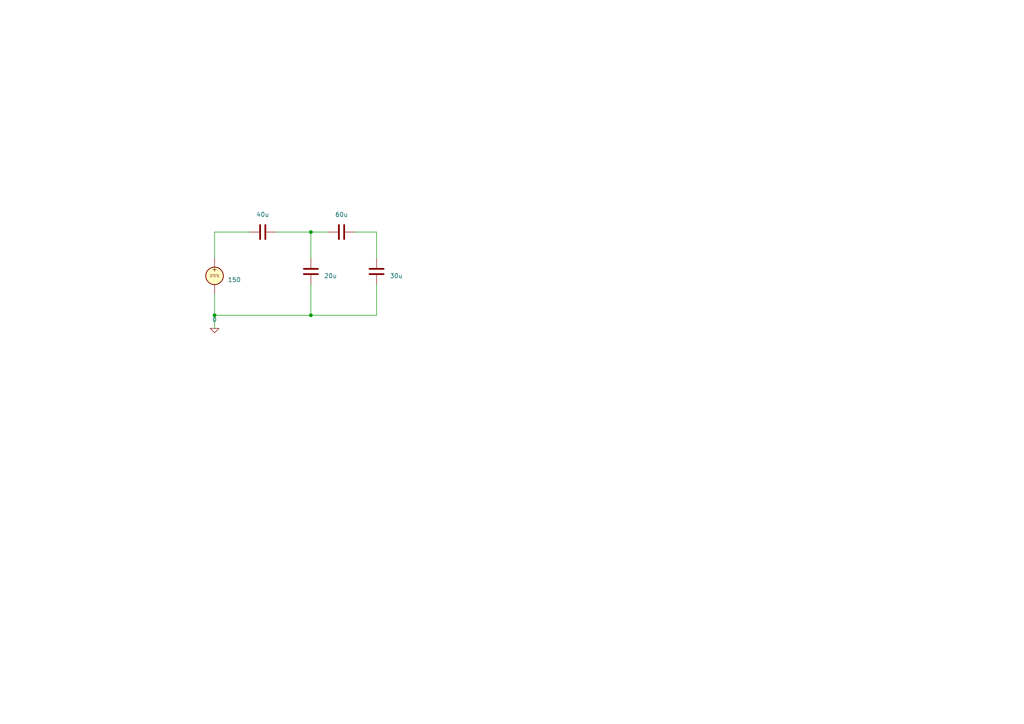
<source format=kicad_sch>
(kicad_sch (version 20250114) (generator "eeschema") (generator_version "9.0")
  (paper "A4")
  (lib_symbols
    (symbol "Device:C" (pin_numbers (hide yes)) (pin_names (offset 0.254))
      (property "Reference" "C" (at 0.635 2.54 0))
      (property "Value" "C" (at 0.635 -2.54 0))
      (symbol "C_0_1"
        (polyline (pts (xy -2.032 0.762) (xy 2.032 0.762)) (stroke (width 0.508)))
        (polyline (pts (xy -2.032 -0.762) (xy 2.032 -0.762)) (stroke (width 0.508)))
      )
      (symbol "C_1_1"
        (pin passive line (at 0 3.81 270) (length 2.794) (name "~") (number "1"))
        (pin passive line (at 0 -3.81 90) (length 2.794) (name "~") (number "2"))
      )
    )
    (symbol "Simulation_SPICE:0" (power) (pin_numbers (hide yes)) (pin_names (offset 0) (hide yes))
      (property "Value" "0" (at 0 -2.54 0))
      (symbol "0_0_1"
        (polyline (pts (xy -1.27 0) (xy 0 -1.27) (xy 1.27 0) (xy -1.27 0)))
      )
      (symbol "0_1_1"
        (pin power_in line (at 0 0 0) (length 0) (name "~") (number "1"))
      )
    )
    (symbol "Simulation_SPICE:VDC" (pin_numbers (hide yes)) (pin_names (offset 0.0254))
      (property "Reference" "V" (at 2.54 2.54 0))
      (property "Value" "1" (at 2.54 0 0))
      (symbol "VDC_0_0"
        (polyline (pts (xy -1.27 0.254) (xy 1.27 0.254)))
        (polyline (pts (xy -0.762 -0.254) (xy -1.27 -0.254)))
        (polyline (pts (xy 0.254 -0.254) (xy -0.254 -0.254)))
        (polyline (pts (xy 1.27 -0.254) (xy 0.762 -0.254)))
        (text "+" (at 0 1.905 0) (effects (font (size 1.27 1.27))))
      )
      (symbol "VDC_0_1"
        (circle (center 0 0) (radius 2.54) (stroke (width 0.254)) (fill (type background)))
      )
      (symbol "VDC_1_1"
        (pin passive line (at 0 5.08 270) (length 2.54) (name "~") (number "1"))
        (pin passive line (at 0 -5.08 90) (length 2.54) (name "~") (number "2"))
      )
    )
  )
  (junction (at 90.17 91.44))
  (junction (at 62.23 91.44))
  (junction (at 90.17 67.31))
  (wire (pts (xy 80.01 67.31) (xy 90.17 67.31)))
  (wire (pts (xy 109.22 67.31) (xy 109.22 74.93)))
  (wire (pts (xy 109.22 91.44) (xy 90.17 91.44)))
  (wire (pts (xy 62.23 91.44) (xy 62.23 95.25)))
  (wire (pts (xy 90.17 67.31) (xy 90.17 74.93)))
  (wire (pts (xy 62.23 67.31) (xy 72.39 67.31)))
  (wire (pts (xy 90.17 91.44) (xy 62.23 91.44)))
  (wire (pts (xy 102.87 67.31) (xy 109.22 67.31)))
  (wire (pts (xy 62.23 85.09) (xy 62.23 91.44)))
  (wire (pts (xy 62.23 74.93) (xy 62.23 67.31)))
  (wire (pts (xy 90.17 82.55) (xy 90.17 91.44)))
  (wire (pts (xy 109.22 82.55) (xy 109.22 91.44)))
  (wire (pts (xy 90.17 67.31) (xy 95.25 67.31)))
  (symbol (lib_id "Simulation_SPICE:0") (at 62.23 95.25 0) (unit 1)
    (property "Reference" "#GND015" (effects (hide yes)))
    (property "Value" "0" (at 62.23 92.71 0))
    (property "Datasheet" "https://ngspice.sourceforge.io/docs/ngspice-html-manual/manual.xhtml#subsec_Circuit_elements__device" (effects (hide yes)))
    (property "Description" "0V reference potential for simulation" (effects (hide yes)))
  )
  (symbol (lib_id "Device:C") (at 90.17 78.74 0) (unit 1)
    (property "Reference" "C1" (effects (hide yes)))
    (property "Value" "20u" (at 93.98 80.0099 0) (effects (justify left)))
    (property "Description" "Unpolarized capacitor" (effects (hide yes)))
  )
  (symbol (lib_id "Device:C") (at 99.06 67.31 90) (unit 1)
    (property "Reference" "C4" (effects (hide yes)))
    (property "Value" "60u" (at 99.06 62.23 90))
    (property "Description" "Unpolarized capacitor" (effects (hide yes)))
  )
  (symbol (lib_id "Device:C") (at 76.2 67.31 90) (unit 1)
    (property "Reference" "C3" (effects (hide yes)))
    (property "Value" "40u" (at 76.2 62.23 90))
    (property "Description" "Unpolarized capacitor" (effects (hide yes)))
  )
  (symbol (lib_id "Device:C") (at 109.22 78.74 0) (unit 1)
    (property "Reference" "C2" (effects (hide yes)))
    (property "Value" "30u" (at 113.03 80.0099 0) (effects (justify left)))
    (property "Description" "Unpolarized capacitor" (effects (hide yes)))
  )
  (symbol (lib_id "Simulation_SPICE:VDC") (at 62.23 80.01 0) (unit 1)
    (property "Reference" "V18" (effects (hide yes)))
    (property "Value" "150" (at 66.04 81.1501 0) (effects (justify left)))
    (property "Datasheet" "https://ngspice.sourceforge.io/docs/ngspice-html-manual/manual.xhtml#sec_Independent_Sources_for" (effects (hide yes)))
    (property "Description" "Voltage source, DC" (effects (hide yes)))
    (property "Sim.Pins" "1=+ 2=-" (effects (hide yes)))
    (property "Sim.Type" "DC" (effects (hide yes)))
    (property "Sim.Device" "V" (effects (hide yes)))
  )
)
</source>
